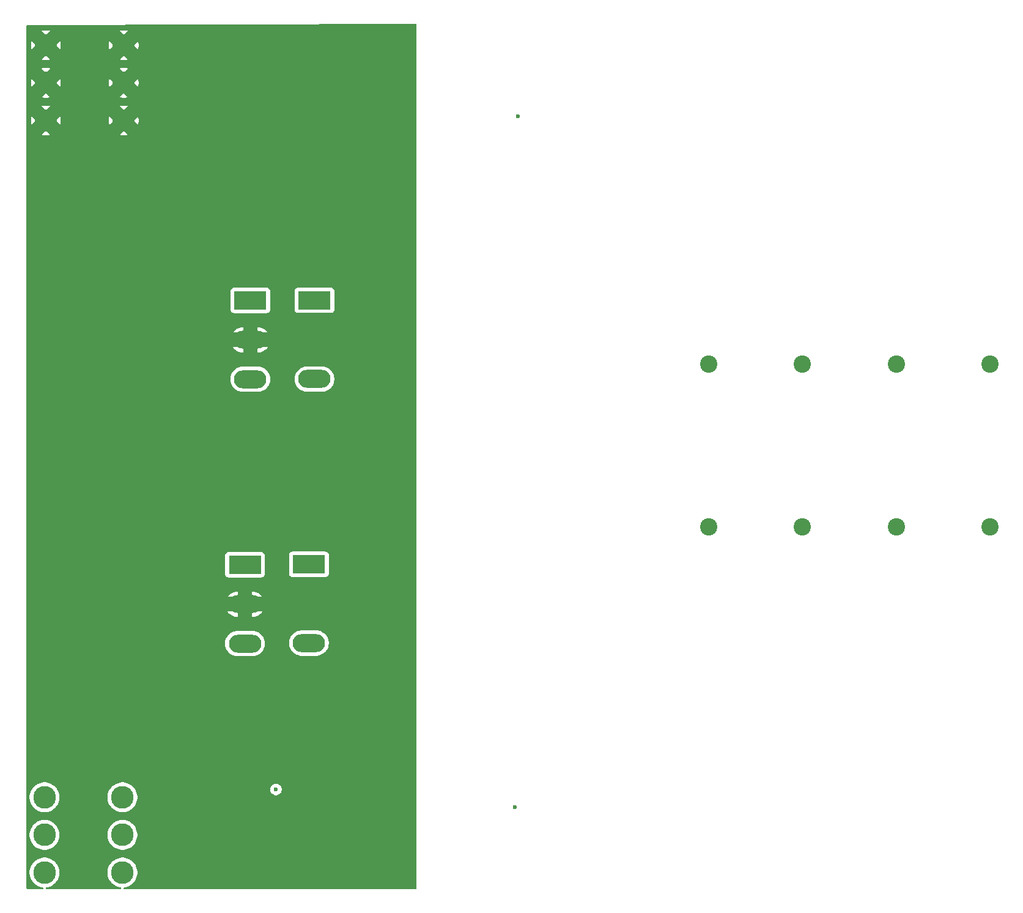
<source format=gbr>
%TF.GenerationSoftware,KiCad,Pcbnew,9.0.6*%
%TF.CreationDate,2025-12-19T02:54:43-05:00*%
%TF.ProjectId,CSI_Tester,4353495f-5465-4737-9465-722e6b696361,rev?*%
%TF.SameCoordinates,Original*%
%TF.FileFunction,Copper,L2,Inr*%
%TF.FilePolarity,Positive*%
%FSLAX46Y46*%
G04 Gerber Fmt 4.6, Leading zero omitted, Abs format (unit mm)*
G04 Created by KiCad (PCBNEW 9.0.6) date 2025-12-19 02:54:43*
%MOMM*%
%LPD*%
G01*
G04 APERTURE LIST*
%TA.AperFunction,ComponentPad*%
%ADD10C,2.400000*%
%TD*%
%TA.AperFunction,ComponentPad*%
%ADD11R,4.500000X2.500000*%
%TD*%
%TA.AperFunction,ComponentPad*%
%ADD12O,4.500000X2.500000*%
%TD*%
%TA.AperFunction,ComponentPad*%
%ADD13C,3.124200*%
%TD*%
%TA.AperFunction,ViaPad*%
%ADD14C,0.600000*%
%TD*%
G04 APERTURE END LIST*
D10*
%TO.N,/Tester_Board/Vc-*%
%TO.C,C4*%
X210800000Y-96250000D03*
%TO.N,/Tester_Board/Vc+*%
X210800000Y-73750000D03*
%TD*%
D11*
%TO.N,/Tester_Board/Vg_L*%
%TO.C,Q1*%
X107615000Y-101498400D03*
D12*
%TO.N,/Tester_Board/Vdc+*%
X107615000Y-106948400D03*
%TO.N,/Tester_Board/Vs_L*%
X107615000Y-112398400D03*
%TD*%
D10*
%TO.N,/Tester_Board/Vc-*%
%TO.C,C2*%
X184800000Y-96250000D03*
%TO.N,/Tester_Board/Vc+*%
X184800000Y-73750000D03*
%TD*%
%TO.N,/Tester_Board/Vc-*%
%TO.C,C1*%
X171800000Y-96250000D03*
%TO.N,/Tester_Board/Vc+*%
X171800000Y-73750000D03*
%TD*%
D11*
%TO.N,/Tester_Board/Vcvr1*%
%TO.C,D1*%
X116466200Y-101433200D03*
D12*
%TO.N,/Tester_Board/Vs_L*%
X116466200Y-112333200D03*
%TD*%
D11*
%TO.N,/Tester_Board/Vcvr2*%
%TO.C,D2*%
X117228200Y-64908000D03*
D12*
%TO.N,/Tester_Board/Vs_H*%
X117228200Y-75808000D03*
%TD*%
D10*
%TO.N,/Tester_Board/Vc-*%
%TO.C,C3*%
X197800000Y-96250000D03*
%TO.N,/Tester_Board/Vc+*%
X197800000Y-73750000D03*
%TD*%
D13*
%TO.N,/Tester_Board/Vdc+*%
%TO.C,J3*%
X80040600Y-29616850D03*
X80040600Y-34823850D03*
X80040600Y-40030850D03*
X90835600Y-29616850D03*
X90835600Y-34823850D03*
X90835600Y-40030850D03*
%TD*%
D11*
%TO.N,/Tester_Board/Vg_H*%
%TO.C,Q2*%
X108356400Y-64922400D03*
D12*
%TO.N,/Tester_Board/Vdc+*%
X108356400Y-70372400D03*
%TO.N,/Tester_Board/Vs_H*%
X108356400Y-75822400D03*
%TD*%
D13*
%TO.N,/Tester_Board/Vc-*%
%TO.C,J4*%
X90659400Y-144083150D03*
X90659400Y-138876150D03*
X90659400Y-133669150D03*
X79864400Y-144083150D03*
X79864400Y-138876150D03*
X79864400Y-133669150D03*
%TD*%
D14*
%TO.N,/Tester_Board/Vg_L*%
X111912400Y-132588000D03*
%TO.N,/Tester_Board/Vc-*%
X145000000Y-135000000D03*
%TO.N,/Tester_Board/Vc+*%
X145370000Y-39475000D03*
%TO.N,/Tester_Board/Vdc+*%
X129370000Y-39475000D03*
X129000000Y-135000000D03*
%TD*%
%TA.AperFunction,Conductor*%
%TO.N,/Tester_Board/Vdc+*%
G36*
X131312701Y-26669450D02*
G01*
X131358627Y-26722105D01*
X131370000Y-26773982D01*
X131370000Y-146251000D01*
X131350315Y-146318039D01*
X131297511Y-146363794D01*
X131246000Y-146375000D01*
X90945139Y-146375000D01*
X90878100Y-146355315D01*
X90832345Y-146302511D01*
X90822401Y-146233353D01*
X90851426Y-146169797D01*
X90910204Y-146132023D01*
X90928954Y-146128061D01*
X90931518Y-146127723D01*
X91062657Y-146110459D01*
X91323824Y-146040479D01*
X91573622Y-145937009D01*
X91807778Y-145801819D01*
X92022285Y-145637222D01*
X92213472Y-145446035D01*
X92378069Y-145231528D01*
X92513259Y-144997372D01*
X92616729Y-144747574D01*
X92686709Y-144486407D01*
X92722000Y-144218340D01*
X92722000Y-143947960D01*
X92686709Y-143679893D01*
X92616729Y-143418726D01*
X92513259Y-143168928D01*
X92513257Y-143168925D01*
X92513255Y-143168920D01*
X92464956Y-143085265D01*
X92378069Y-142934772D01*
X92213472Y-142720265D01*
X92213467Y-142720259D01*
X92022290Y-142529082D01*
X92022283Y-142529076D01*
X91807782Y-142364484D01*
X91807781Y-142364483D01*
X91807778Y-142364481D01*
X91714421Y-142310581D01*
X91573629Y-142229294D01*
X91573618Y-142229289D01*
X91323824Y-142125821D01*
X91062653Y-142055840D01*
X90794591Y-142020550D01*
X90794590Y-142020550D01*
X90524210Y-142020550D01*
X90524209Y-142020550D01*
X90256146Y-142055840D01*
X89994975Y-142125821D01*
X89745181Y-142229289D01*
X89745170Y-142229294D01*
X89511017Y-142364484D01*
X89296516Y-142529076D01*
X89296509Y-142529082D01*
X89105332Y-142720259D01*
X89105326Y-142720266D01*
X88940734Y-142934767D01*
X88805544Y-143168920D01*
X88805539Y-143168931D01*
X88702071Y-143418725D01*
X88632090Y-143679896D01*
X88596800Y-143947959D01*
X88596800Y-144218340D01*
X88632090Y-144486403D01*
X88702071Y-144747574D01*
X88805539Y-144997368D01*
X88805544Y-144997379D01*
X88886831Y-145138171D01*
X88940731Y-145231528D01*
X88940733Y-145231531D01*
X88940734Y-145231532D01*
X89105326Y-145446033D01*
X89105332Y-145446040D01*
X89296509Y-145637217D01*
X89296515Y-145637222D01*
X89511022Y-145801819D01*
X89661515Y-145888706D01*
X89745170Y-145937005D01*
X89745175Y-145937007D01*
X89745178Y-145937009D01*
X89994976Y-146040479D01*
X90256143Y-146110459D01*
X90386447Y-146127613D01*
X90389846Y-146128061D01*
X90453743Y-146156327D01*
X90492214Y-146214652D01*
X90493045Y-146284516D01*
X90455973Y-146343740D01*
X90392768Y-146373519D01*
X90373661Y-146375000D01*
X80150139Y-146375000D01*
X80083100Y-146355315D01*
X80037345Y-146302511D01*
X80027401Y-146233353D01*
X80056426Y-146169797D01*
X80115204Y-146132023D01*
X80133954Y-146128061D01*
X80136518Y-146127723D01*
X80267657Y-146110459D01*
X80528824Y-146040479D01*
X80778622Y-145937009D01*
X81012778Y-145801819D01*
X81227285Y-145637222D01*
X81418472Y-145446035D01*
X81583069Y-145231528D01*
X81718259Y-144997372D01*
X81821729Y-144747574D01*
X81891709Y-144486407D01*
X81927000Y-144218340D01*
X81927000Y-143947960D01*
X81891709Y-143679893D01*
X81821729Y-143418726D01*
X81718259Y-143168928D01*
X81718257Y-143168925D01*
X81718255Y-143168920D01*
X81669956Y-143085265D01*
X81583069Y-142934772D01*
X81418472Y-142720265D01*
X81418467Y-142720259D01*
X81227290Y-142529082D01*
X81227283Y-142529076D01*
X81012782Y-142364484D01*
X81012781Y-142364483D01*
X81012778Y-142364481D01*
X80919421Y-142310581D01*
X80778629Y-142229294D01*
X80778618Y-142229289D01*
X80528824Y-142125821D01*
X80267653Y-142055840D01*
X79999591Y-142020550D01*
X79999590Y-142020550D01*
X79729210Y-142020550D01*
X79729209Y-142020550D01*
X79461146Y-142055840D01*
X79199975Y-142125821D01*
X78950181Y-142229289D01*
X78950170Y-142229294D01*
X78716017Y-142364484D01*
X78501516Y-142529076D01*
X78501509Y-142529082D01*
X78310332Y-142720259D01*
X78310326Y-142720266D01*
X78145734Y-142934767D01*
X78010544Y-143168920D01*
X78010539Y-143168931D01*
X77907071Y-143418725D01*
X77837090Y-143679896D01*
X77801800Y-143947959D01*
X77801800Y-144218340D01*
X77837090Y-144486403D01*
X77907071Y-144747574D01*
X78010539Y-144997368D01*
X78010544Y-144997379D01*
X78091831Y-145138171D01*
X78145731Y-145231528D01*
X78145733Y-145231531D01*
X78145734Y-145231532D01*
X78310326Y-145446033D01*
X78310332Y-145446040D01*
X78501509Y-145637217D01*
X78501515Y-145637222D01*
X78716022Y-145801819D01*
X78866515Y-145888706D01*
X78950170Y-145937005D01*
X78950175Y-145937007D01*
X78950178Y-145937009D01*
X79199976Y-146040479D01*
X79461143Y-146110459D01*
X79591447Y-146127613D01*
X79594846Y-146128061D01*
X79658743Y-146156327D01*
X79697214Y-146214652D01*
X79698045Y-146284516D01*
X79660973Y-146343740D01*
X79597768Y-146373519D01*
X79578661Y-146375000D01*
X77494000Y-146375000D01*
X77426961Y-146355315D01*
X77381206Y-146302511D01*
X77370000Y-146251000D01*
X77370000Y-138740959D01*
X77801800Y-138740959D01*
X77801800Y-139011340D01*
X77837090Y-139279403D01*
X77907071Y-139540574D01*
X78010539Y-139790368D01*
X78010544Y-139790379D01*
X78091831Y-139931171D01*
X78145731Y-140024528D01*
X78145733Y-140024531D01*
X78145734Y-140024532D01*
X78310326Y-140239033D01*
X78310332Y-140239040D01*
X78501509Y-140430217D01*
X78501515Y-140430222D01*
X78716022Y-140594819D01*
X78866515Y-140681706D01*
X78950170Y-140730005D01*
X78950175Y-140730007D01*
X78950178Y-140730009D01*
X79199976Y-140833479D01*
X79461143Y-140903459D01*
X79662193Y-140929927D01*
X79729209Y-140938750D01*
X79729210Y-140938750D01*
X79999591Y-140938750D01*
X80053203Y-140931691D01*
X80267657Y-140903459D01*
X80528824Y-140833479D01*
X80778622Y-140730009D01*
X81012778Y-140594819D01*
X81227285Y-140430222D01*
X81418472Y-140239035D01*
X81583069Y-140024528D01*
X81718259Y-139790372D01*
X81821729Y-139540574D01*
X81891709Y-139279407D01*
X81927000Y-139011340D01*
X81927000Y-138740960D01*
X81927000Y-138740959D01*
X88596800Y-138740959D01*
X88596800Y-139011340D01*
X88632090Y-139279403D01*
X88702071Y-139540574D01*
X88805539Y-139790368D01*
X88805544Y-139790379D01*
X88886831Y-139931171D01*
X88940731Y-140024528D01*
X88940733Y-140024531D01*
X88940734Y-140024532D01*
X89105326Y-140239033D01*
X89105332Y-140239040D01*
X89296509Y-140430217D01*
X89296515Y-140430222D01*
X89511022Y-140594819D01*
X89661515Y-140681706D01*
X89745170Y-140730005D01*
X89745175Y-140730007D01*
X89745178Y-140730009D01*
X89994976Y-140833479D01*
X90256143Y-140903459D01*
X90457193Y-140929927D01*
X90524209Y-140938750D01*
X90524210Y-140938750D01*
X90794591Y-140938750D01*
X90848203Y-140931691D01*
X91062657Y-140903459D01*
X91323824Y-140833479D01*
X91573622Y-140730009D01*
X91807778Y-140594819D01*
X92022285Y-140430222D01*
X92213472Y-140239035D01*
X92378069Y-140024528D01*
X92513259Y-139790372D01*
X92616729Y-139540574D01*
X92686709Y-139279407D01*
X92722000Y-139011340D01*
X92722000Y-138740960D01*
X92686709Y-138472893D01*
X92616729Y-138211726D01*
X92513259Y-137961928D01*
X92513257Y-137961925D01*
X92513255Y-137961920D01*
X92464956Y-137878265D01*
X92378069Y-137727772D01*
X92213472Y-137513265D01*
X92213467Y-137513259D01*
X92022290Y-137322082D01*
X92022283Y-137322076D01*
X91807782Y-137157484D01*
X91807781Y-137157483D01*
X91807778Y-137157481D01*
X91714421Y-137103581D01*
X91573629Y-137022294D01*
X91573618Y-137022289D01*
X91323824Y-136918821D01*
X91062653Y-136848840D01*
X90794591Y-136813550D01*
X90794590Y-136813550D01*
X90524210Y-136813550D01*
X90524209Y-136813550D01*
X90256146Y-136848840D01*
X89994975Y-136918821D01*
X89745181Y-137022289D01*
X89745170Y-137022294D01*
X89511017Y-137157484D01*
X89296516Y-137322076D01*
X89296509Y-137322082D01*
X89105332Y-137513259D01*
X89105326Y-137513266D01*
X88940734Y-137727767D01*
X88805544Y-137961920D01*
X88805539Y-137961931D01*
X88702071Y-138211725D01*
X88632090Y-138472896D01*
X88596800Y-138740959D01*
X81927000Y-138740959D01*
X81891709Y-138472893D01*
X81821729Y-138211726D01*
X81718259Y-137961928D01*
X81718257Y-137961925D01*
X81718255Y-137961920D01*
X81669956Y-137878265D01*
X81583069Y-137727772D01*
X81418472Y-137513265D01*
X81418467Y-137513259D01*
X81227290Y-137322082D01*
X81227283Y-137322076D01*
X81012782Y-137157484D01*
X81012781Y-137157483D01*
X81012778Y-137157481D01*
X80919421Y-137103581D01*
X80778629Y-137022294D01*
X80778618Y-137022289D01*
X80528824Y-136918821D01*
X80267653Y-136848840D01*
X79999591Y-136813550D01*
X79999590Y-136813550D01*
X79729210Y-136813550D01*
X79729209Y-136813550D01*
X79461146Y-136848840D01*
X79199975Y-136918821D01*
X78950181Y-137022289D01*
X78950170Y-137022294D01*
X78716017Y-137157484D01*
X78501516Y-137322076D01*
X78501509Y-137322082D01*
X78310332Y-137513259D01*
X78310326Y-137513266D01*
X78145734Y-137727767D01*
X78010544Y-137961920D01*
X78010539Y-137961931D01*
X77907071Y-138211725D01*
X77837090Y-138472896D01*
X77801800Y-138740959D01*
X77370000Y-138740959D01*
X77370000Y-133533959D01*
X77801800Y-133533959D01*
X77801800Y-133804340D01*
X77837090Y-134072403D01*
X77907071Y-134333574D01*
X78010539Y-134583368D01*
X78010544Y-134583379D01*
X78091831Y-134724171D01*
X78145731Y-134817528D01*
X78145733Y-134817531D01*
X78145734Y-134817532D01*
X78310326Y-135032033D01*
X78310332Y-135032040D01*
X78501509Y-135223217D01*
X78501515Y-135223222D01*
X78716022Y-135387819D01*
X78866515Y-135474706D01*
X78950170Y-135523005D01*
X78950175Y-135523007D01*
X78950178Y-135523009D01*
X79199976Y-135626479D01*
X79461143Y-135696459D01*
X79662193Y-135722927D01*
X79729209Y-135731750D01*
X79729210Y-135731750D01*
X79999591Y-135731750D01*
X80053203Y-135724691D01*
X80267657Y-135696459D01*
X80528824Y-135626479D01*
X80778622Y-135523009D01*
X81012778Y-135387819D01*
X81227285Y-135223222D01*
X81418472Y-135032035D01*
X81583069Y-134817528D01*
X81718259Y-134583372D01*
X81821729Y-134333574D01*
X81891709Y-134072407D01*
X81927000Y-133804340D01*
X81927000Y-133533960D01*
X81927000Y-133533959D01*
X88596800Y-133533959D01*
X88596800Y-133804340D01*
X88632090Y-134072403D01*
X88702071Y-134333574D01*
X88805539Y-134583368D01*
X88805544Y-134583379D01*
X88886831Y-134724171D01*
X88940731Y-134817528D01*
X88940733Y-134817531D01*
X88940734Y-134817532D01*
X89105326Y-135032033D01*
X89105332Y-135032040D01*
X89296509Y-135223217D01*
X89296515Y-135223222D01*
X89511022Y-135387819D01*
X89661515Y-135474706D01*
X89745170Y-135523005D01*
X89745175Y-135523007D01*
X89745178Y-135523009D01*
X89994976Y-135626479D01*
X90256143Y-135696459D01*
X90457193Y-135722927D01*
X90524209Y-135731750D01*
X90524210Y-135731750D01*
X90794591Y-135731750D01*
X90848203Y-135724691D01*
X91062657Y-135696459D01*
X91323824Y-135626479D01*
X91573622Y-135523009D01*
X91807778Y-135387819D01*
X92022285Y-135223222D01*
X92213472Y-135032035D01*
X92378069Y-134817528D01*
X92513259Y-134583372D01*
X92616729Y-134333574D01*
X92686709Y-134072407D01*
X92722000Y-133804340D01*
X92722000Y-133533960D01*
X92686709Y-133265893D01*
X92616729Y-133004726D01*
X92513259Y-132754928D01*
X92513257Y-132754925D01*
X92513255Y-132754920D01*
X92403643Y-132565068D01*
X92378069Y-132520772D01*
X92369155Y-132509155D01*
X92369153Y-132509153D01*
X111111900Y-132509153D01*
X111111900Y-132666846D01*
X111142661Y-132821489D01*
X111142664Y-132821501D01*
X111203002Y-132967172D01*
X111203009Y-132967185D01*
X111290610Y-133098288D01*
X111290613Y-133098292D01*
X111402107Y-133209786D01*
X111402111Y-133209789D01*
X111533214Y-133297390D01*
X111533227Y-133297397D01*
X111678898Y-133357735D01*
X111678903Y-133357737D01*
X111833553Y-133388499D01*
X111833556Y-133388500D01*
X111833558Y-133388500D01*
X111991244Y-133388500D01*
X111991245Y-133388499D01*
X112145897Y-133357737D01*
X112291579Y-133297394D01*
X112422689Y-133209789D01*
X112534189Y-133098289D01*
X112621794Y-132967179D01*
X112682137Y-132821497D01*
X112712900Y-132666842D01*
X112712900Y-132509158D01*
X112712900Y-132509155D01*
X112712899Y-132509153D01*
X112682138Y-132354510D01*
X112682137Y-132354503D01*
X112662157Y-132306266D01*
X112621797Y-132208827D01*
X112621790Y-132208814D01*
X112534189Y-132077711D01*
X112534186Y-132077707D01*
X112422692Y-131966213D01*
X112422688Y-131966210D01*
X112291585Y-131878609D01*
X112291572Y-131878602D01*
X112145901Y-131818264D01*
X112145889Y-131818261D01*
X111991245Y-131787500D01*
X111991242Y-131787500D01*
X111833558Y-131787500D01*
X111833555Y-131787500D01*
X111678910Y-131818261D01*
X111678898Y-131818264D01*
X111533227Y-131878602D01*
X111533214Y-131878609D01*
X111402111Y-131966210D01*
X111402107Y-131966213D01*
X111290613Y-132077707D01*
X111290610Y-132077711D01*
X111203009Y-132208814D01*
X111203002Y-132208827D01*
X111142664Y-132354498D01*
X111142661Y-132354510D01*
X111111900Y-132509153D01*
X92369153Y-132509153D01*
X92213473Y-132306266D01*
X92213467Y-132306259D01*
X92022290Y-132115082D01*
X92022283Y-132115076D01*
X91807782Y-131950484D01*
X91807781Y-131950483D01*
X91807778Y-131950481D01*
X91683280Y-131878602D01*
X91573629Y-131815294D01*
X91573618Y-131815289D01*
X91323824Y-131711821D01*
X91062653Y-131641840D01*
X90794591Y-131606550D01*
X90794590Y-131606550D01*
X90524210Y-131606550D01*
X90524209Y-131606550D01*
X90256146Y-131641840D01*
X89994975Y-131711821D01*
X89745181Y-131815289D01*
X89745170Y-131815294D01*
X89511017Y-131950484D01*
X89296516Y-132115076D01*
X89296509Y-132115082D01*
X89105332Y-132306259D01*
X89105326Y-132306266D01*
X88940734Y-132520767D01*
X88805544Y-132754920D01*
X88805539Y-132754931D01*
X88702071Y-133004725D01*
X88632090Y-133265896D01*
X88596800Y-133533959D01*
X81927000Y-133533959D01*
X81891709Y-133265893D01*
X81821729Y-133004726D01*
X81718259Y-132754928D01*
X81718257Y-132754925D01*
X81718255Y-132754920D01*
X81608643Y-132565068D01*
X81583069Y-132520772D01*
X81455486Y-132354503D01*
X81418473Y-132306266D01*
X81418467Y-132306259D01*
X81227290Y-132115082D01*
X81227283Y-132115076D01*
X81012782Y-131950484D01*
X81012781Y-131950483D01*
X81012778Y-131950481D01*
X80888280Y-131878602D01*
X80778629Y-131815294D01*
X80778618Y-131815289D01*
X80528824Y-131711821D01*
X80267653Y-131641840D01*
X79999591Y-131606550D01*
X79999590Y-131606550D01*
X79729210Y-131606550D01*
X79729209Y-131606550D01*
X79461146Y-131641840D01*
X79199975Y-131711821D01*
X78950181Y-131815289D01*
X78950170Y-131815294D01*
X78716017Y-131950484D01*
X78501516Y-132115076D01*
X78501509Y-132115082D01*
X78310332Y-132306259D01*
X78310326Y-132306266D01*
X78145734Y-132520767D01*
X78010544Y-132754920D01*
X78010539Y-132754931D01*
X77907071Y-133004725D01*
X77837090Y-133265896D01*
X77801800Y-133533959D01*
X77370000Y-133533959D01*
X77370000Y-112283658D01*
X104864500Y-112283658D01*
X104864500Y-112513141D01*
X104885867Y-112675429D01*
X104894452Y-112740638D01*
X104894453Y-112740640D01*
X104953842Y-112962287D01*
X105041650Y-113174276D01*
X105041657Y-113174290D01*
X105156392Y-113373017D01*
X105296081Y-113555061D01*
X105296089Y-113555070D01*
X105458330Y-113717311D01*
X105458338Y-113717318D01*
X105640382Y-113857007D01*
X105640385Y-113857008D01*
X105640388Y-113857011D01*
X105839112Y-113971744D01*
X105839117Y-113971746D01*
X105839123Y-113971749D01*
X105930480Y-114009590D01*
X106051113Y-114059558D01*
X106272762Y-114118948D01*
X106500266Y-114148900D01*
X106500273Y-114148900D01*
X108729727Y-114148900D01*
X108729734Y-114148900D01*
X108957238Y-114118948D01*
X109178887Y-114059558D01*
X109390888Y-113971744D01*
X109589612Y-113857011D01*
X109771661Y-113717319D01*
X109771665Y-113717314D01*
X109771670Y-113717311D01*
X109933911Y-113555070D01*
X109933914Y-113555065D01*
X109933919Y-113555061D01*
X110073611Y-113373012D01*
X110188344Y-113174288D01*
X110276158Y-112962287D01*
X110335548Y-112740638D01*
X110365500Y-112513134D01*
X110365500Y-112283666D01*
X110356915Y-112218458D01*
X113715700Y-112218458D01*
X113715700Y-112447941D01*
X113740646Y-112637415D01*
X113745652Y-112675438D01*
X113745653Y-112675440D01*
X113805042Y-112897087D01*
X113892850Y-113109076D01*
X113892857Y-113109090D01*
X114007592Y-113307817D01*
X114147281Y-113489861D01*
X114147289Y-113489870D01*
X114309530Y-113652111D01*
X114309538Y-113652118D01*
X114491582Y-113791807D01*
X114491585Y-113791808D01*
X114491588Y-113791811D01*
X114690312Y-113906544D01*
X114690317Y-113906546D01*
X114690323Y-113906549D01*
X114781680Y-113944390D01*
X114902313Y-113994358D01*
X115123962Y-114053748D01*
X115351466Y-114083700D01*
X115351473Y-114083700D01*
X117580927Y-114083700D01*
X117580934Y-114083700D01*
X117808438Y-114053748D01*
X118030087Y-113994358D01*
X118242088Y-113906544D01*
X118440812Y-113791811D01*
X118622861Y-113652119D01*
X118622865Y-113652114D01*
X118622870Y-113652111D01*
X118785111Y-113489870D01*
X118785114Y-113489865D01*
X118785119Y-113489861D01*
X118924811Y-113307812D01*
X119039544Y-113109088D01*
X119127358Y-112897087D01*
X119186748Y-112675438D01*
X119216700Y-112447934D01*
X119216700Y-112218466D01*
X119186748Y-111990962D01*
X119127358Y-111769313D01*
X119077390Y-111648680D01*
X119039549Y-111557323D01*
X119039546Y-111557317D01*
X119039544Y-111557312D01*
X118924811Y-111358588D01*
X118924808Y-111358585D01*
X118924807Y-111358582D01*
X118785118Y-111176538D01*
X118785111Y-111176530D01*
X118622870Y-111014289D01*
X118622861Y-111014281D01*
X118440817Y-110874592D01*
X118242090Y-110759857D01*
X118242076Y-110759850D01*
X118030087Y-110672042D01*
X117808438Y-110612652D01*
X117770415Y-110607646D01*
X117580941Y-110582700D01*
X117580934Y-110582700D01*
X115351466Y-110582700D01*
X115351458Y-110582700D01*
X115134915Y-110611209D01*
X115123962Y-110612652D01*
X115030276Y-110637754D01*
X114902312Y-110672042D01*
X114690323Y-110759850D01*
X114690309Y-110759857D01*
X114491582Y-110874592D01*
X114309538Y-111014281D01*
X114147281Y-111176538D01*
X114007592Y-111358582D01*
X113892857Y-111557309D01*
X113892850Y-111557323D01*
X113805042Y-111769312D01*
X113745653Y-111990959D01*
X113745651Y-111990970D01*
X113715700Y-112218458D01*
X110356915Y-112218458D01*
X110335548Y-112056162D01*
X110276158Y-111834513D01*
X110188344Y-111622512D01*
X110073611Y-111423788D01*
X110073608Y-111423785D01*
X110073607Y-111423782D01*
X109933918Y-111241738D01*
X109933911Y-111241730D01*
X109771670Y-111079489D01*
X109771661Y-111079481D01*
X109589617Y-110939792D01*
X109390890Y-110825057D01*
X109390876Y-110825050D01*
X109178887Y-110737242D01*
X108957238Y-110677852D01*
X108919215Y-110672846D01*
X108729741Y-110647900D01*
X108729734Y-110647900D01*
X106500266Y-110647900D01*
X106500258Y-110647900D01*
X106283715Y-110676409D01*
X106272762Y-110677852D01*
X106179076Y-110702954D01*
X106051112Y-110737242D01*
X105839123Y-110825050D01*
X105839109Y-110825057D01*
X105640382Y-110939792D01*
X105458338Y-111079481D01*
X105296081Y-111241738D01*
X105156392Y-111423782D01*
X105041657Y-111622509D01*
X105041650Y-111622523D01*
X104953842Y-111834512D01*
X104894453Y-112056159D01*
X104894451Y-112056170D01*
X104864500Y-112283658D01*
X77370000Y-112283658D01*
X77370000Y-107948400D01*
X105176500Y-107948400D01*
X105296455Y-108104729D01*
X105296461Y-108104736D01*
X105458663Y-108266938D01*
X105458670Y-108266944D01*
X105640661Y-108406590D01*
X105839331Y-108521293D01*
X105839340Y-108521297D01*
X106051269Y-108609081D01*
X106272862Y-108668457D01*
X106500289Y-108698398D01*
X106500306Y-108698400D01*
X106615000Y-108698400D01*
X108615000Y-108698400D01*
X108729694Y-108698400D01*
X108729710Y-108698398D01*
X108957137Y-108668457D01*
X109178730Y-108609081D01*
X109390659Y-108521297D01*
X109390668Y-108521293D01*
X109589338Y-108406590D01*
X109771329Y-108266944D01*
X109771336Y-108266938D01*
X109933538Y-108104736D01*
X109933544Y-108104729D01*
X110053500Y-107948400D01*
X108615000Y-107948400D01*
X108615000Y-108698400D01*
X106615000Y-108698400D01*
X106615000Y-107948400D01*
X105176500Y-107948400D01*
X77370000Y-107948400D01*
X77370000Y-106874531D01*
X106865000Y-106874531D01*
X106865000Y-107022269D01*
X106893822Y-107167167D01*
X106950359Y-107303658D01*
X107032437Y-107426497D01*
X107136903Y-107530963D01*
X107259742Y-107613041D01*
X107396233Y-107669578D01*
X107541131Y-107698400D01*
X107688869Y-107698400D01*
X107833767Y-107669578D01*
X107970258Y-107613041D01*
X108093097Y-107530963D01*
X108197563Y-107426497D01*
X108279641Y-107303658D01*
X108336178Y-107167167D01*
X108365000Y-107022269D01*
X108365000Y-106874531D01*
X108336178Y-106729633D01*
X108279641Y-106593142D01*
X108197563Y-106470303D01*
X108093097Y-106365837D01*
X107970258Y-106283759D01*
X107833767Y-106227222D01*
X107688869Y-106198400D01*
X107541131Y-106198400D01*
X107396233Y-106227222D01*
X107259742Y-106283759D01*
X107136903Y-106365837D01*
X107032437Y-106470303D01*
X106950359Y-106593142D01*
X106893822Y-106729633D01*
X106865000Y-106874531D01*
X77370000Y-106874531D01*
X77370000Y-105948400D01*
X105176500Y-105948400D01*
X106615000Y-105948400D01*
X108615000Y-105948400D01*
X110053499Y-105948400D01*
X109933544Y-105792070D01*
X109933538Y-105792063D01*
X109771336Y-105629861D01*
X109771329Y-105629855D01*
X109589338Y-105490209D01*
X109390668Y-105375506D01*
X109390659Y-105375502D01*
X109178730Y-105287718D01*
X108957137Y-105228342D01*
X108729710Y-105198401D01*
X108729694Y-105198400D01*
X108615000Y-105198400D01*
X108615000Y-105948400D01*
X106615000Y-105948400D01*
X106615000Y-105198400D01*
X106500306Y-105198400D01*
X106500289Y-105198401D01*
X106272862Y-105228342D01*
X106051269Y-105287718D01*
X105839340Y-105375502D01*
X105839331Y-105375506D01*
X105640661Y-105490209D01*
X105458670Y-105629855D01*
X105458663Y-105629861D01*
X105296461Y-105792063D01*
X105296455Y-105792070D01*
X105176500Y-105948400D01*
X77370000Y-105948400D01*
X77370000Y-100200535D01*
X104864500Y-100200535D01*
X104864500Y-102796270D01*
X104864501Y-102796276D01*
X104870908Y-102855883D01*
X104921202Y-102990728D01*
X104921206Y-102990735D01*
X105007452Y-103105944D01*
X105007455Y-103105947D01*
X105122664Y-103192193D01*
X105122671Y-103192197D01*
X105257517Y-103242491D01*
X105257516Y-103242491D01*
X105264444Y-103243235D01*
X105317127Y-103248900D01*
X109912872Y-103248899D01*
X109972483Y-103242491D01*
X110107331Y-103192196D01*
X110222546Y-103105946D01*
X110308796Y-102990731D01*
X110359091Y-102855883D01*
X110365500Y-102796273D01*
X110365499Y-100200528D01*
X110359091Y-100140917D01*
X110357009Y-100135335D01*
X113715700Y-100135335D01*
X113715700Y-102731070D01*
X113715701Y-102731076D01*
X113722108Y-102790683D01*
X113772402Y-102925528D01*
X113772406Y-102925535D01*
X113858652Y-103040744D01*
X113858655Y-103040747D01*
X113973864Y-103126993D01*
X113973871Y-103126997D01*
X114108717Y-103177291D01*
X114108716Y-103177291D01*
X114115644Y-103178035D01*
X114168327Y-103183700D01*
X118764072Y-103183699D01*
X118823683Y-103177291D01*
X118958531Y-103126996D01*
X119073746Y-103040746D01*
X119159996Y-102925531D01*
X119210291Y-102790683D01*
X119216700Y-102731073D01*
X119216699Y-100135328D01*
X119210291Y-100075717D01*
X119159996Y-99940869D01*
X119159995Y-99940868D01*
X119159993Y-99940864D01*
X119073747Y-99825655D01*
X119073744Y-99825652D01*
X118958535Y-99739406D01*
X118958528Y-99739402D01*
X118823682Y-99689108D01*
X118823683Y-99689108D01*
X118764083Y-99682701D01*
X118764081Y-99682700D01*
X118764073Y-99682700D01*
X118764064Y-99682700D01*
X114168329Y-99682700D01*
X114168323Y-99682701D01*
X114108716Y-99689108D01*
X113973871Y-99739402D01*
X113973864Y-99739406D01*
X113858655Y-99825652D01*
X113858652Y-99825655D01*
X113772406Y-99940864D01*
X113772402Y-99940871D01*
X113722108Y-100075717D01*
X113715701Y-100135316D01*
X113715701Y-100135323D01*
X113715700Y-100135335D01*
X110357009Y-100135335D01*
X110308796Y-100006069D01*
X110308795Y-100006068D01*
X110308793Y-100006064D01*
X110222547Y-99890855D01*
X110222544Y-99890852D01*
X110107335Y-99804606D01*
X110107328Y-99804602D01*
X109972482Y-99754308D01*
X109972483Y-99754308D01*
X109912883Y-99747901D01*
X109912881Y-99747900D01*
X109912873Y-99747900D01*
X109912864Y-99747900D01*
X105317129Y-99747900D01*
X105317123Y-99747901D01*
X105257516Y-99754308D01*
X105122671Y-99804602D01*
X105122664Y-99804606D01*
X105007455Y-99890852D01*
X105007452Y-99890855D01*
X104921206Y-100006064D01*
X104921202Y-100006071D01*
X104870908Y-100140917D01*
X104864501Y-100200516D01*
X104864501Y-100200523D01*
X104864500Y-100200535D01*
X77370000Y-100200535D01*
X77370000Y-75707658D01*
X105605900Y-75707658D01*
X105605900Y-75937141D01*
X105630846Y-76126615D01*
X105635852Y-76164638D01*
X105635853Y-76164640D01*
X105695242Y-76386287D01*
X105783050Y-76598276D01*
X105783057Y-76598290D01*
X105897792Y-76797017D01*
X106037481Y-76979061D01*
X106037489Y-76979070D01*
X106199730Y-77141311D01*
X106199738Y-77141318D01*
X106381782Y-77281007D01*
X106381785Y-77281008D01*
X106381788Y-77281011D01*
X106580512Y-77395744D01*
X106580517Y-77395746D01*
X106580523Y-77395749D01*
X106671880Y-77433590D01*
X106792513Y-77483558D01*
X107014162Y-77542948D01*
X107241666Y-77572900D01*
X107241673Y-77572900D01*
X109471127Y-77572900D01*
X109471134Y-77572900D01*
X109698638Y-77542948D01*
X109920287Y-77483558D01*
X110132288Y-77395744D01*
X110331012Y-77281011D01*
X110513061Y-77141319D01*
X110513065Y-77141314D01*
X110513070Y-77141311D01*
X110675311Y-76979070D01*
X110675314Y-76979065D01*
X110675319Y-76979061D01*
X110815011Y-76797012D01*
X110929744Y-76598288D01*
X111017558Y-76386287D01*
X111076948Y-76164638D01*
X111106900Y-75937134D01*
X111106900Y-75707666D01*
X111105003Y-75693258D01*
X114477700Y-75693258D01*
X114477700Y-75922741D01*
X114502646Y-76112215D01*
X114507652Y-76150238D01*
X114511511Y-76164640D01*
X114567042Y-76371887D01*
X114654850Y-76583876D01*
X114654857Y-76583890D01*
X114769592Y-76782617D01*
X114909281Y-76964661D01*
X114909289Y-76964670D01*
X115071530Y-77126911D01*
X115071538Y-77126918D01*
X115071539Y-77126919D01*
X115122162Y-77165764D01*
X115253582Y-77266607D01*
X115253585Y-77266608D01*
X115253588Y-77266611D01*
X115452312Y-77381344D01*
X115452317Y-77381346D01*
X115452323Y-77381349D01*
X115543680Y-77419190D01*
X115664313Y-77469158D01*
X115885962Y-77528548D01*
X116113466Y-77558500D01*
X116113473Y-77558500D01*
X118342927Y-77558500D01*
X118342934Y-77558500D01*
X118570438Y-77528548D01*
X118792087Y-77469158D01*
X119004088Y-77381344D01*
X119202812Y-77266611D01*
X119384861Y-77126919D01*
X119384865Y-77126914D01*
X119384870Y-77126911D01*
X119547111Y-76964670D01*
X119547114Y-76964665D01*
X119547119Y-76964661D01*
X119686811Y-76782612D01*
X119801544Y-76583888D01*
X119889358Y-76371887D01*
X119948748Y-76150238D01*
X119978700Y-75922734D01*
X119978700Y-75693266D01*
X119948748Y-75465762D01*
X119889358Y-75244113D01*
X119839390Y-75123480D01*
X119801549Y-75032123D01*
X119801546Y-75032117D01*
X119801544Y-75032112D01*
X119686811Y-74833388D01*
X119686808Y-74833385D01*
X119686807Y-74833382D01*
X119585964Y-74701962D01*
X119547119Y-74651339D01*
X119547118Y-74651338D01*
X119547111Y-74651330D01*
X119384870Y-74489089D01*
X119384861Y-74489081D01*
X119202817Y-74349392D01*
X119004090Y-74234657D01*
X119004076Y-74234650D01*
X118792087Y-74146842D01*
X118570438Y-74087452D01*
X118532415Y-74082446D01*
X118342941Y-74057500D01*
X118342934Y-74057500D01*
X116113466Y-74057500D01*
X116113458Y-74057500D01*
X115896915Y-74086009D01*
X115885962Y-74087452D01*
X115832224Y-74101851D01*
X115664312Y-74146842D01*
X115452323Y-74234650D01*
X115452309Y-74234657D01*
X115253582Y-74349392D01*
X115071538Y-74489081D01*
X114909281Y-74651338D01*
X114769592Y-74833382D01*
X114654857Y-75032109D01*
X114654850Y-75032123D01*
X114567042Y-75244112D01*
X114507653Y-75465759D01*
X114507651Y-75465770D01*
X114477700Y-75693258D01*
X111105003Y-75693258D01*
X111076948Y-75480162D01*
X111017558Y-75258513D01*
X110929744Y-75046512D01*
X110815011Y-74847788D01*
X110815008Y-74847785D01*
X110815007Y-74847782D01*
X110675318Y-74665738D01*
X110675311Y-74665730D01*
X110513070Y-74503489D01*
X110513061Y-74503481D01*
X110331017Y-74363792D01*
X110306075Y-74349392D01*
X110132288Y-74249056D01*
X110132276Y-74249050D01*
X109920287Y-74161242D01*
X109698638Y-74101852D01*
X109660615Y-74096846D01*
X109471141Y-74071900D01*
X109471134Y-74071900D01*
X107241666Y-74071900D01*
X107241658Y-74071900D01*
X107025115Y-74100409D01*
X107014162Y-74101852D01*
X106920476Y-74126954D01*
X106792512Y-74161242D01*
X106580523Y-74249050D01*
X106580509Y-74249057D01*
X106381782Y-74363792D01*
X106199738Y-74503481D01*
X106037481Y-74665738D01*
X105897792Y-74847782D01*
X105783057Y-75046509D01*
X105783050Y-75046523D01*
X105695242Y-75258512D01*
X105695242Y-75258513D01*
X105639711Y-75465762D01*
X105635853Y-75480159D01*
X105635851Y-75480170D01*
X105605900Y-75707658D01*
X77370000Y-75707658D01*
X77370000Y-71372400D01*
X105917900Y-71372400D01*
X106037855Y-71528729D01*
X106037861Y-71528736D01*
X106200063Y-71690938D01*
X106200070Y-71690944D01*
X106382061Y-71830590D01*
X106580731Y-71945293D01*
X106580740Y-71945297D01*
X106792669Y-72033081D01*
X107014262Y-72092457D01*
X107241689Y-72122398D01*
X107241706Y-72122400D01*
X107356400Y-72122400D01*
X109356400Y-72122400D01*
X109471094Y-72122400D01*
X109471110Y-72122398D01*
X109698537Y-72092457D01*
X109920130Y-72033081D01*
X110132059Y-71945297D01*
X110132068Y-71945293D01*
X110330738Y-71830590D01*
X110512729Y-71690944D01*
X110512736Y-71690938D01*
X110674938Y-71528736D01*
X110674944Y-71528729D01*
X110794900Y-71372400D01*
X109356400Y-71372400D01*
X109356400Y-72122400D01*
X107356400Y-72122400D01*
X107356400Y-71372400D01*
X105917900Y-71372400D01*
X77370000Y-71372400D01*
X77370000Y-70298531D01*
X107606400Y-70298531D01*
X107606400Y-70446269D01*
X107635222Y-70591167D01*
X107691759Y-70727658D01*
X107773837Y-70850497D01*
X107878303Y-70954963D01*
X108001142Y-71037041D01*
X108137633Y-71093578D01*
X108282531Y-71122400D01*
X108430269Y-71122400D01*
X108575167Y-71093578D01*
X108711658Y-71037041D01*
X108834497Y-70954963D01*
X108938963Y-70850497D01*
X109021041Y-70727658D01*
X109077578Y-70591167D01*
X109106400Y-70446269D01*
X109106400Y-70298531D01*
X109077578Y-70153633D01*
X109021041Y-70017142D01*
X108938963Y-69894303D01*
X108834497Y-69789837D01*
X108711658Y-69707759D01*
X108575167Y-69651222D01*
X108430269Y-69622400D01*
X108282531Y-69622400D01*
X108137633Y-69651222D01*
X108001142Y-69707759D01*
X107878303Y-69789837D01*
X107773837Y-69894303D01*
X107691759Y-70017142D01*
X107635222Y-70153633D01*
X107606400Y-70298531D01*
X77370000Y-70298531D01*
X77370000Y-69372400D01*
X105917900Y-69372400D01*
X107356400Y-69372400D01*
X109356400Y-69372400D01*
X110794899Y-69372400D01*
X110674944Y-69216070D01*
X110674938Y-69216063D01*
X110512736Y-69053861D01*
X110512729Y-69053855D01*
X110330738Y-68914209D01*
X110132068Y-68799506D01*
X110132059Y-68799502D01*
X109920130Y-68711718D01*
X109698537Y-68652342D01*
X109471110Y-68622401D01*
X109471094Y-68622400D01*
X109356400Y-68622400D01*
X109356400Y-69372400D01*
X107356400Y-69372400D01*
X107356400Y-68622400D01*
X107241706Y-68622400D01*
X107241689Y-68622401D01*
X107014262Y-68652342D01*
X106792669Y-68711718D01*
X106580740Y-68799502D01*
X106580731Y-68799506D01*
X106382061Y-68914209D01*
X106200070Y-69053855D01*
X106200063Y-69053861D01*
X106037861Y-69216063D01*
X106037855Y-69216070D01*
X105917900Y-69372400D01*
X77370000Y-69372400D01*
X77370000Y-63624535D01*
X105605900Y-63624535D01*
X105605900Y-66220270D01*
X105605901Y-66220276D01*
X105612308Y-66279883D01*
X105662602Y-66414728D01*
X105662606Y-66414735D01*
X105748852Y-66529944D01*
X105748855Y-66529947D01*
X105864064Y-66616193D01*
X105864071Y-66616197D01*
X105998917Y-66666491D01*
X105998916Y-66666491D01*
X106005844Y-66667235D01*
X106058527Y-66672900D01*
X110654272Y-66672899D01*
X110713883Y-66666491D01*
X110848731Y-66616196D01*
X110963946Y-66529946D01*
X111050196Y-66414731D01*
X111100491Y-66279883D01*
X111106900Y-66220273D01*
X111106899Y-63624528D01*
X111106898Y-63624516D01*
X111106898Y-63624513D01*
X111106419Y-63620063D01*
X111106419Y-63620060D01*
X111105352Y-63610135D01*
X114477700Y-63610135D01*
X114477700Y-66205870D01*
X114477701Y-66205876D01*
X114484108Y-66265483D01*
X114534402Y-66400328D01*
X114534406Y-66400335D01*
X114620652Y-66515544D01*
X114620655Y-66515547D01*
X114735864Y-66601793D01*
X114735871Y-66601797D01*
X114870717Y-66652091D01*
X114870716Y-66652091D01*
X114877644Y-66652835D01*
X114930327Y-66658500D01*
X119526072Y-66658499D01*
X119585683Y-66652091D01*
X119720531Y-66601796D01*
X119835746Y-66515546D01*
X119921996Y-66400331D01*
X119972291Y-66265483D01*
X119978700Y-66205873D01*
X119978699Y-63610128D01*
X119972291Y-63550517D01*
X119921996Y-63415669D01*
X119921995Y-63415668D01*
X119921993Y-63415664D01*
X119835747Y-63300455D01*
X119835744Y-63300452D01*
X119720535Y-63214206D01*
X119720528Y-63214202D01*
X119585682Y-63163908D01*
X119585683Y-63163908D01*
X119526083Y-63157501D01*
X119526081Y-63157500D01*
X119526073Y-63157500D01*
X119526064Y-63157500D01*
X114930329Y-63157500D01*
X114930323Y-63157501D01*
X114870716Y-63163908D01*
X114735871Y-63214202D01*
X114735864Y-63214206D01*
X114620655Y-63300452D01*
X114620652Y-63300455D01*
X114534406Y-63415664D01*
X114534402Y-63415671D01*
X114484108Y-63550517D01*
X114477701Y-63610116D01*
X114477701Y-63610123D01*
X114477700Y-63610135D01*
X111105352Y-63610135D01*
X111104941Y-63606315D01*
X111100491Y-63564917D01*
X111050196Y-63430069D01*
X111050195Y-63430068D01*
X111050193Y-63430064D01*
X110963947Y-63314855D01*
X110963944Y-63314852D01*
X110848735Y-63228606D01*
X110848728Y-63228602D01*
X110713882Y-63178308D01*
X110713883Y-63178308D01*
X110654283Y-63171901D01*
X110654281Y-63171900D01*
X110654273Y-63171900D01*
X110654264Y-63171900D01*
X106058529Y-63171900D01*
X106058523Y-63171901D01*
X105998916Y-63178308D01*
X105864071Y-63228602D01*
X105864064Y-63228606D01*
X105748855Y-63314852D01*
X105748852Y-63314855D01*
X105662606Y-63430064D01*
X105662602Y-63430071D01*
X105612308Y-63564917D01*
X105605901Y-63624516D01*
X105605900Y-63624535D01*
X77370000Y-63624535D01*
X77370000Y-42013405D01*
X79472256Y-42013405D01*
X79472256Y-42013406D01*
X79637442Y-42057667D01*
X79905432Y-42092948D01*
X79905450Y-42092950D01*
X80175750Y-42092950D01*
X80175767Y-42092948D01*
X80443755Y-42057667D01*
X80608942Y-42013405D01*
X90267256Y-42013405D01*
X90267256Y-42013406D01*
X90432442Y-42057667D01*
X90700432Y-42092948D01*
X90700450Y-42092950D01*
X90970750Y-42092950D01*
X90970767Y-42092948D01*
X91238755Y-42057667D01*
X91403942Y-42013405D01*
X90835601Y-41445064D01*
X90835600Y-41445064D01*
X90267256Y-42013405D01*
X80608942Y-42013405D01*
X80040601Y-41445064D01*
X80040600Y-41445064D01*
X79472256Y-42013405D01*
X77370000Y-42013405D01*
X77370000Y-39895699D01*
X77978500Y-39895699D01*
X77978500Y-40166000D01*
X77978501Y-40166017D01*
X78013782Y-40434005D01*
X78013785Y-40434019D01*
X78058042Y-40599191D01*
X78058043Y-40599191D01*
X78626386Y-40030850D01*
X78525435Y-39929899D01*
X78757900Y-39929899D01*
X78757900Y-40131801D01*
X78789485Y-40331216D01*
X78851876Y-40523236D01*
X78943537Y-40703131D01*
X79062211Y-40866473D01*
X79204977Y-41009239D01*
X79368319Y-41127913D01*
X79548214Y-41219574D01*
X79740234Y-41281965D01*
X79939649Y-41313550D01*
X80141551Y-41313550D01*
X80340966Y-41281965D01*
X80532986Y-41219574D01*
X80712881Y-41127913D01*
X80876223Y-41009239D01*
X81018989Y-40866473D01*
X81137663Y-40703131D01*
X81229324Y-40523236D01*
X81291715Y-40331216D01*
X81323300Y-40131801D01*
X81323300Y-40030849D01*
X81454814Y-40030849D01*
X81454814Y-40030851D01*
X82023155Y-40599192D01*
X82067417Y-40434005D01*
X82102698Y-40166017D01*
X82102700Y-40166000D01*
X82102700Y-39895699D01*
X88773500Y-39895699D01*
X88773500Y-40166000D01*
X88773501Y-40166017D01*
X88808782Y-40434005D01*
X88808785Y-40434019D01*
X88853042Y-40599191D01*
X88853043Y-40599191D01*
X89421386Y-40030850D01*
X89320435Y-39929899D01*
X89552900Y-39929899D01*
X89552900Y-40131801D01*
X89584485Y-40331216D01*
X89646876Y-40523236D01*
X89738537Y-40703131D01*
X89857211Y-40866473D01*
X89999977Y-41009239D01*
X90163319Y-41127913D01*
X90343214Y-41219574D01*
X90535234Y-41281965D01*
X90734649Y-41313550D01*
X90936551Y-41313550D01*
X91135966Y-41281965D01*
X91327986Y-41219574D01*
X91507881Y-41127913D01*
X91671223Y-41009239D01*
X91813989Y-40866473D01*
X91932663Y-40703131D01*
X92024324Y-40523236D01*
X92086715Y-40331216D01*
X92118300Y-40131801D01*
X92118300Y-40030849D01*
X92249814Y-40030849D01*
X92249814Y-40030851D01*
X92818155Y-40599192D01*
X92862417Y-40434005D01*
X92897698Y-40166017D01*
X92897700Y-40166000D01*
X92897700Y-39895699D01*
X92897698Y-39895682D01*
X92862417Y-39627692D01*
X92818156Y-39462506D01*
X92818155Y-39462506D01*
X92249814Y-40030849D01*
X92118300Y-40030849D01*
X92118300Y-39929899D01*
X92086715Y-39730484D01*
X92024324Y-39538464D01*
X91932663Y-39358569D01*
X91813989Y-39195227D01*
X91671223Y-39052461D01*
X91507881Y-38933787D01*
X91327986Y-38842126D01*
X91135966Y-38779735D01*
X90936551Y-38748150D01*
X90734649Y-38748150D01*
X90535234Y-38779735D01*
X90343214Y-38842126D01*
X90163319Y-38933787D01*
X89999977Y-39052461D01*
X89857211Y-39195227D01*
X89738537Y-39358569D01*
X89646876Y-39538464D01*
X89584485Y-39730484D01*
X89552900Y-39929899D01*
X89320435Y-39929899D01*
X88853043Y-39462507D01*
X88853042Y-39462507D01*
X88808785Y-39627680D01*
X88808782Y-39627694D01*
X88773501Y-39895682D01*
X88773500Y-39895699D01*
X82102700Y-39895699D01*
X82102698Y-39895682D01*
X82067417Y-39627692D01*
X82023156Y-39462506D01*
X82023155Y-39462506D01*
X81454814Y-40030849D01*
X81323300Y-40030849D01*
X81323300Y-39929899D01*
X81291715Y-39730484D01*
X81229324Y-39538464D01*
X81137663Y-39358569D01*
X81018989Y-39195227D01*
X80876223Y-39052461D01*
X80712881Y-38933787D01*
X80532986Y-38842126D01*
X80340966Y-38779735D01*
X80141551Y-38748150D01*
X79939649Y-38748150D01*
X79740234Y-38779735D01*
X79548214Y-38842126D01*
X79368319Y-38933787D01*
X79204977Y-39052461D01*
X79062211Y-39195227D01*
X78943537Y-39358569D01*
X78851876Y-39538464D01*
X78789485Y-39730484D01*
X78757900Y-39929899D01*
X78525435Y-39929899D01*
X78058043Y-39462507D01*
X78058042Y-39462507D01*
X78013785Y-39627680D01*
X78013782Y-39627694D01*
X77978501Y-39895682D01*
X77978500Y-39895699D01*
X77370000Y-39895699D01*
X77370000Y-38048292D01*
X79472257Y-38048292D01*
X79472257Y-38048293D01*
X80040600Y-38616636D01*
X80040601Y-38616636D01*
X80608941Y-38048293D01*
X80608941Y-38048292D01*
X90267257Y-38048292D01*
X90267257Y-38048293D01*
X90835600Y-38616636D01*
X90835601Y-38616636D01*
X91403941Y-38048293D01*
X91403941Y-38048292D01*
X91238769Y-38004035D01*
X91238755Y-38004032D01*
X90970767Y-37968751D01*
X90970750Y-37968750D01*
X90700450Y-37968750D01*
X90700432Y-37968751D01*
X90432444Y-38004032D01*
X90432430Y-38004035D01*
X90267257Y-38048292D01*
X80608941Y-38048292D01*
X80443769Y-38004035D01*
X80443755Y-38004032D01*
X80175767Y-37968751D01*
X80175750Y-37968750D01*
X79905450Y-37968750D01*
X79905432Y-37968751D01*
X79637444Y-38004032D01*
X79637430Y-38004035D01*
X79472257Y-38048292D01*
X77370000Y-38048292D01*
X77370000Y-36806405D01*
X79472256Y-36806405D01*
X79472256Y-36806406D01*
X79637442Y-36850667D01*
X79905432Y-36885948D01*
X79905450Y-36885950D01*
X80175750Y-36885950D01*
X80175767Y-36885948D01*
X80443755Y-36850667D01*
X80608942Y-36806405D01*
X90267256Y-36806405D01*
X90267256Y-36806406D01*
X90432442Y-36850667D01*
X90700432Y-36885948D01*
X90700450Y-36885950D01*
X90970750Y-36885950D01*
X90970767Y-36885948D01*
X91238755Y-36850667D01*
X91403942Y-36806405D01*
X90835601Y-36238064D01*
X90835600Y-36238064D01*
X90267256Y-36806405D01*
X80608942Y-36806405D01*
X80040601Y-36238064D01*
X80040600Y-36238064D01*
X79472256Y-36806405D01*
X77370000Y-36806405D01*
X77370000Y-34688699D01*
X77978500Y-34688699D01*
X77978500Y-34959000D01*
X77978501Y-34959017D01*
X78013782Y-35227005D01*
X78013785Y-35227019D01*
X78058042Y-35392191D01*
X78058043Y-35392191D01*
X78626386Y-34823850D01*
X78525435Y-34722899D01*
X78757900Y-34722899D01*
X78757900Y-34924801D01*
X78789485Y-35124216D01*
X78851876Y-35316236D01*
X78943537Y-35496131D01*
X79062211Y-35659473D01*
X79204977Y-35802239D01*
X79368319Y-35920913D01*
X79548214Y-36012574D01*
X79740234Y-36074965D01*
X79939649Y-36106550D01*
X80141551Y-36106550D01*
X80340966Y-36074965D01*
X80532986Y-36012574D01*
X80712881Y-35920913D01*
X80876223Y-35802239D01*
X81018989Y-35659473D01*
X81137663Y-35496131D01*
X81229324Y-35316236D01*
X81291715Y-35124216D01*
X81323300Y-34924801D01*
X81323300Y-34823849D01*
X81454814Y-34823849D01*
X81454814Y-34823851D01*
X82023155Y-35392192D01*
X82067417Y-35227005D01*
X82102698Y-34959017D01*
X82102700Y-34959000D01*
X82102700Y-34688699D01*
X88773500Y-34688699D01*
X88773500Y-34959000D01*
X88773501Y-34959017D01*
X88808782Y-35227005D01*
X88808785Y-35227019D01*
X88853042Y-35392191D01*
X88853043Y-35392191D01*
X89421386Y-34823850D01*
X89320435Y-34722899D01*
X89552900Y-34722899D01*
X89552900Y-34924801D01*
X89584485Y-35124216D01*
X89646876Y-35316236D01*
X89738537Y-35496131D01*
X89857211Y-35659473D01*
X89999977Y-35802239D01*
X90163319Y-35920913D01*
X90343214Y-36012574D01*
X90535234Y-36074965D01*
X90734649Y-36106550D01*
X90936551Y-36106550D01*
X91135966Y-36074965D01*
X91327986Y-36012574D01*
X91507881Y-35920913D01*
X91671223Y-35802239D01*
X91813989Y-35659473D01*
X91932663Y-35496131D01*
X92024324Y-35316236D01*
X92086715Y-35124216D01*
X92118300Y-34924801D01*
X92118300Y-34823849D01*
X92249814Y-34823849D01*
X92249814Y-34823851D01*
X92818155Y-35392192D01*
X92862417Y-35227005D01*
X92897698Y-34959017D01*
X92897700Y-34959000D01*
X92897700Y-34688699D01*
X92897698Y-34688682D01*
X92862417Y-34420692D01*
X92818156Y-34255506D01*
X92818155Y-34255506D01*
X92249814Y-34823849D01*
X92118300Y-34823849D01*
X92118300Y-34722899D01*
X92086715Y-34523484D01*
X92024324Y-34331464D01*
X91932663Y-34151569D01*
X91813989Y-33988227D01*
X91671223Y-33845461D01*
X91507881Y-33726787D01*
X91327986Y-33635126D01*
X91135966Y-33572735D01*
X90936551Y-33541150D01*
X90734649Y-33541150D01*
X90535234Y-33572735D01*
X90343214Y-33635126D01*
X90163319Y-33726787D01*
X89999977Y-33845461D01*
X89857211Y-33988227D01*
X89738537Y-34151569D01*
X89646876Y-34331464D01*
X89584485Y-34523484D01*
X89552900Y-34722899D01*
X89320435Y-34722899D01*
X88853043Y-34255507D01*
X88853042Y-34255507D01*
X88808785Y-34420680D01*
X88808782Y-34420694D01*
X88773501Y-34688682D01*
X88773500Y-34688699D01*
X82102700Y-34688699D01*
X82102698Y-34688682D01*
X82067417Y-34420692D01*
X82023156Y-34255506D01*
X82023155Y-34255506D01*
X81454814Y-34823849D01*
X81323300Y-34823849D01*
X81323300Y-34722899D01*
X81291715Y-34523484D01*
X81229324Y-34331464D01*
X81137663Y-34151569D01*
X81018989Y-33988227D01*
X80876223Y-33845461D01*
X80712881Y-33726787D01*
X80532986Y-33635126D01*
X80340966Y-33572735D01*
X80141551Y-33541150D01*
X79939649Y-33541150D01*
X79740234Y-33572735D01*
X79548214Y-33635126D01*
X79368319Y-33726787D01*
X79204977Y-33845461D01*
X79062211Y-33988227D01*
X78943537Y-34151569D01*
X78851876Y-34331464D01*
X78789485Y-34523484D01*
X78757900Y-34722899D01*
X78525435Y-34722899D01*
X78058043Y-34255507D01*
X78058042Y-34255507D01*
X78013785Y-34420680D01*
X78013782Y-34420694D01*
X77978501Y-34688682D01*
X77978500Y-34688699D01*
X77370000Y-34688699D01*
X77370000Y-32841292D01*
X79472257Y-32841292D01*
X79472257Y-32841293D01*
X80040600Y-33409636D01*
X80040601Y-33409636D01*
X80608941Y-32841293D01*
X80608941Y-32841292D01*
X90267257Y-32841292D01*
X90267257Y-32841293D01*
X90835600Y-33409636D01*
X90835601Y-33409636D01*
X91403941Y-32841293D01*
X91403941Y-32841292D01*
X91238769Y-32797035D01*
X91238755Y-32797032D01*
X90970767Y-32761751D01*
X90970750Y-32761750D01*
X90700450Y-32761750D01*
X90700432Y-32761751D01*
X90432444Y-32797032D01*
X90432430Y-32797035D01*
X90267257Y-32841292D01*
X80608941Y-32841292D01*
X80443769Y-32797035D01*
X80443755Y-32797032D01*
X80175767Y-32761751D01*
X80175750Y-32761750D01*
X79905450Y-32761750D01*
X79905432Y-32761751D01*
X79637444Y-32797032D01*
X79637430Y-32797035D01*
X79472257Y-32841292D01*
X77370000Y-32841292D01*
X77370000Y-31599405D01*
X79472256Y-31599405D01*
X79472256Y-31599406D01*
X79637442Y-31643667D01*
X79905432Y-31678948D01*
X79905450Y-31678950D01*
X80175750Y-31678950D01*
X80175767Y-31678948D01*
X80443755Y-31643667D01*
X80608942Y-31599405D01*
X90267256Y-31599405D01*
X90267256Y-31599406D01*
X90432442Y-31643667D01*
X90700432Y-31678948D01*
X90700450Y-31678950D01*
X90970750Y-31678950D01*
X90970767Y-31678948D01*
X91238755Y-31643667D01*
X91403942Y-31599405D01*
X90835601Y-31031064D01*
X90835600Y-31031064D01*
X90267256Y-31599405D01*
X80608942Y-31599405D01*
X80040601Y-31031064D01*
X80040600Y-31031064D01*
X79472256Y-31599405D01*
X77370000Y-31599405D01*
X77370000Y-29481699D01*
X77978500Y-29481699D01*
X77978500Y-29752000D01*
X77978501Y-29752017D01*
X78013782Y-30020005D01*
X78013785Y-30020019D01*
X78058042Y-30185191D01*
X78058043Y-30185191D01*
X78626386Y-29616850D01*
X78525435Y-29515899D01*
X78757900Y-29515899D01*
X78757900Y-29717801D01*
X78789485Y-29917216D01*
X78851876Y-30109236D01*
X78943537Y-30289131D01*
X79062211Y-30452473D01*
X79204977Y-30595239D01*
X79368319Y-30713913D01*
X79548214Y-30805574D01*
X79740234Y-30867965D01*
X79939649Y-30899550D01*
X80141551Y-30899550D01*
X80340966Y-30867965D01*
X80532986Y-30805574D01*
X80712881Y-30713913D01*
X80876223Y-30595239D01*
X81018989Y-30452473D01*
X81137663Y-30289131D01*
X81229324Y-30109236D01*
X81291715Y-29917216D01*
X81323300Y-29717801D01*
X81323300Y-29616849D01*
X81454814Y-29616849D01*
X81454814Y-29616851D01*
X82023155Y-30185192D01*
X82067417Y-30020005D01*
X82102698Y-29752017D01*
X82102700Y-29752000D01*
X82102700Y-29481699D01*
X88773500Y-29481699D01*
X88773500Y-29752000D01*
X88773501Y-29752017D01*
X88808782Y-30020005D01*
X88808785Y-30020019D01*
X88853042Y-30185191D01*
X88853043Y-30185191D01*
X89421386Y-29616850D01*
X89320435Y-29515899D01*
X89552900Y-29515899D01*
X89552900Y-29717801D01*
X89584485Y-29917216D01*
X89646876Y-30109236D01*
X89738537Y-30289131D01*
X89857211Y-30452473D01*
X89999977Y-30595239D01*
X90163319Y-30713913D01*
X90343214Y-30805574D01*
X90535234Y-30867965D01*
X90734649Y-30899550D01*
X90936551Y-30899550D01*
X91135966Y-30867965D01*
X91327986Y-30805574D01*
X91507881Y-30713913D01*
X91671223Y-30595239D01*
X91813989Y-30452473D01*
X91932663Y-30289131D01*
X92024324Y-30109236D01*
X92086715Y-29917216D01*
X92118300Y-29717801D01*
X92118300Y-29616849D01*
X92249814Y-29616849D01*
X92249814Y-29616851D01*
X92818155Y-30185192D01*
X92862417Y-30020005D01*
X92897698Y-29752017D01*
X92897700Y-29752000D01*
X92897700Y-29481699D01*
X92897698Y-29481682D01*
X92862417Y-29213692D01*
X92818156Y-29048506D01*
X92818155Y-29048506D01*
X92249814Y-29616849D01*
X92118300Y-29616849D01*
X92118300Y-29515899D01*
X92086715Y-29316484D01*
X92024324Y-29124464D01*
X91932663Y-28944569D01*
X91813989Y-28781227D01*
X91671223Y-28638461D01*
X91507881Y-28519787D01*
X91327986Y-28428126D01*
X91135966Y-28365735D01*
X90936551Y-28334150D01*
X90734649Y-28334150D01*
X90535234Y-28365735D01*
X90343214Y-28428126D01*
X90163319Y-28519787D01*
X89999977Y-28638461D01*
X89857211Y-28781227D01*
X89738537Y-28944569D01*
X89646876Y-29124464D01*
X89584485Y-29316484D01*
X89552900Y-29515899D01*
X89320435Y-29515899D01*
X88853043Y-29048507D01*
X88853042Y-29048507D01*
X88808785Y-29213680D01*
X88808782Y-29213694D01*
X88773501Y-29481682D01*
X88773500Y-29481699D01*
X82102700Y-29481699D01*
X82102698Y-29481682D01*
X82067417Y-29213692D01*
X82023156Y-29048506D01*
X82023155Y-29048506D01*
X81454814Y-29616849D01*
X81323300Y-29616849D01*
X81323300Y-29515899D01*
X81291715Y-29316484D01*
X81229324Y-29124464D01*
X81137663Y-28944569D01*
X81018989Y-28781227D01*
X80876223Y-28638461D01*
X80712881Y-28519787D01*
X80532986Y-28428126D01*
X80340966Y-28365735D01*
X80141551Y-28334150D01*
X79939649Y-28334150D01*
X79740234Y-28365735D01*
X79548214Y-28428126D01*
X79368319Y-28519787D01*
X79204977Y-28638461D01*
X79062211Y-28781227D01*
X78943537Y-28944569D01*
X78851876Y-29124464D01*
X78789485Y-29316484D01*
X78757900Y-29515899D01*
X78525435Y-29515899D01*
X78058043Y-29048507D01*
X78058042Y-29048507D01*
X78013785Y-29213680D01*
X78013782Y-29213694D01*
X77978501Y-29481682D01*
X77978500Y-29481699D01*
X77370000Y-29481699D01*
X77370000Y-27634292D01*
X79472257Y-27634292D01*
X79472257Y-27634293D01*
X80040600Y-28202636D01*
X80040601Y-28202636D01*
X80608941Y-27634293D01*
X80608941Y-27634292D01*
X90267257Y-27634292D01*
X90267257Y-27634293D01*
X90835600Y-28202636D01*
X90835601Y-28202636D01*
X91403941Y-27634293D01*
X91403941Y-27634292D01*
X91238769Y-27590035D01*
X91238755Y-27590032D01*
X90970767Y-27554751D01*
X90970750Y-27554750D01*
X90700450Y-27554750D01*
X90700432Y-27554751D01*
X90432444Y-27590032D01*
X90432430Y-27590035D01*
X90267257Y-27634292D01*
X80608941Y-27634292D01*
X80443769Y-27590035D01*
X80443755Y-27590032D01*
X80175767Y-27554751D01*
X80175750Y-27554750D01*
X79905450Y-27554750D01*
X79905432Y-27554751D01*
X79637444Y-27590032D01*
X79637430Y-27590035D01*
X79472257Y-27634292D01*
X77370000Y-27634292D01*
X77370000Y-26948178D01*
X77389685Y-26881139D01*
X77442489Y-26835384D01*
X77493595Y-26824179D01*
X131245598Y-26649983D01*
X131312701Y-26669450D01*
G37*
%TD.AperFunction*%
%TD*%
M02*

</source>
